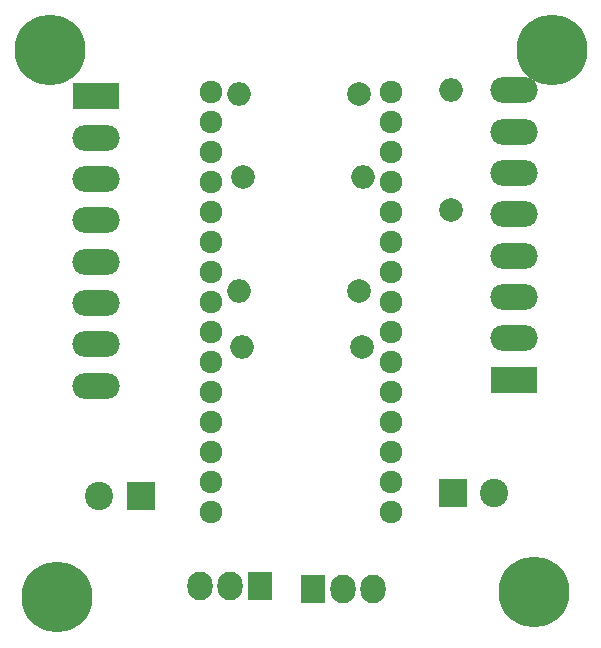
<source format=gbs>
G04 #@! TF.FileFunction,Soldermask,Bot*
%FSLAX46Y46*%
G04 Gerber Fmt 4.6, Leading zero omitted, Abs format (unit mm)*
G04 Created by KiCad (PCBNEW 4.0.5+dfsg1-4) date Sat Feb 18 23:12:04 2017*
%MOMM*%
%LPD*%
G01*
G04 APERTURE LIST*
%ADD10C,0.100000*%
%ADD11R,2.400000X2.400000*%
%ADD12C,2.400000*%
%ADD13R,4.000000X2.200000*%
%ADD14O,4.000000X2.200000*%
%ADD15R,2.127200X2.432000*%
%ADD16O,2.127200X2.432000*%
%ADD17C,1.924000*%
%ADD18C,2.000000*%
%ADD19O,2.000000X2.000000*%
%ADD20C,6.000000*%
G04 APERTURE END LIST*
D10*
D11*
X136000000Y-112200000D03*
D12*
X132500000Y-112200000D03*
D11*
X162400000Y-112000000D03*
D12*
X165900000Y-112000000D03*
D13*
X167600000Y-102400000D03*
D14*
X167600000Y-98900000D03*
X167600000Y-95400000D03*
X167600000Y-91900000D03*
X167600000Y-88400000D03*
X167600000Y-84900000D03*
X167600000Y-81400000D03*
X167600000Y-77900000D03*
D13*
X132200000Y-78400000D03*
D14*
X132200000Y-81900000D03*
X132200000Y-85400000D03*
X132200000Y-88900000D03*
X132200000Y-92400000D03*
X132200000Y-95900000D03*
X132200000Y-99400000D03*
X132200000Y-102900000D03*
D15*
X150600000Y-120100000D03*
D16*
X153140000Y-120100000D03*
X155680000Y-120100000D03*
D15*
X146100000Y-119900000D03*
D16*
X143560000Y-119900000D03*
X141020000Y-119900000D03*
D17*
X141980000Y-78020000D03*
X141980000Y-80560000D03*
X141980000Y-83100000D03*
X141980000Y-85640000D03*
X141980000Y-88180000D03*
X141980000Y-90720000D03*
X141980000Y-93260000D03*
X141980000Y-95800000D03*
X141980000Y-98340000D03*
X141980000Y-100880000D03*
X141980000Y-103420000D03*
X141980000Y-105960000D03*
X141980000Y-108500000D03*
X141980000Y-111040000D03*
X141980000Y-113580000D03*
X157220000Y-113580000D03*
X157220000Y-111040000D03*
X157220000Y-108500000D03*
X157220000Y-105960000D03*
X157220000Y-103420000D03*
X157220000Y-100880000D03*
X157220000Y-98340000D03*
X157220000Y-95800000D03*
X157220000Y-93260000D03*
X157220000Y-90720000D03*
X157220000Y-88180000D03*
X157220000Y-85640000D03*
X157220000Y-83100000D03*
X157220000Y-80560000D03*
X157220000Y-78020000D03*
D18*
X154500000Y-94900000D03*
D19*
X144340000Y-94900000D03*
D18*
X144700000Y-85200000D03*
D19*
X154860000Y-85200000D03*
D18*
X154500000Y-78200000D03*
D19*
X144340000Y-78200000D03*
D18*
X154700000Y-99600000D03*
D19*
X144540000Y-99600000D03*
D18*
X162300000Y-88000000D03*
D19*
X162300000Y-77840000D03*
D20*
X170800000Y-74500000D03*
X128300000Y-74500000D03*
X128900000Y-120800000D03*
X169300000Y-120400000D03*
M02*

</source>
